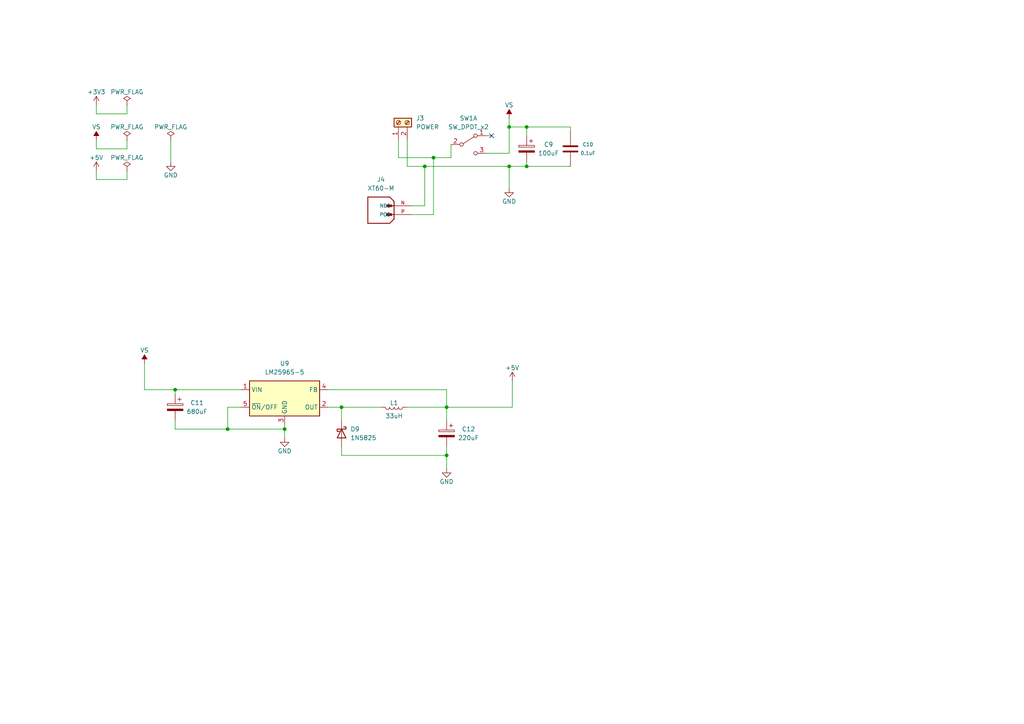
<source format=kicad_sch>
(kicad_sch (version 20211123) (generator eeschema)
  (paper "A4")
  (lib_symbols
    (symbol "Connector:Screw_Terminal_01x02" (pin_names (offset 1.016) hide)
      (property "Reference" "J" (at 0 2.54 0))
      (property "Value" "Screw_Terminal_01x02" (at 0 -5.08 0))
      (symbol "Screw_Terminal_01x02_1_1"
        (rectangle (start -1.27 1.27) (end 1.27 -3.81) (stroke (width 0.254)) (fill (type background)))
        (circle (center 0 -2.54) (radius 0.635) (stroke (width 0.1524)))
        (polyline (pts (xy -0.5334 -2.2098) (xy 0.3302 -3.048)) (stroke (width 0.1524)))
        (polyline (pts (xy -0.5334 0.3302) (xy 0.3302 -0.508)) (stroke (width 0.1524)))
        (polyline (pts (xy -0.3556 -2.032) (xy 0.508 -2.8702)) (stroke (width 0.1524)))
        (polyline (pts (xy -0.3556 0.508) (xy 0.508 -0.3302)) (stroke (width 0.1524)))
        (circle (center 0 0) (radius 0.635) (stroke (width 0.1524)))
        (pin passive line (at -5.08 0 0) (length 3.81) (name "Pin_1") (number "1"))
        (pin passive line (at -5.08 -2.54 0) (length 3.81) (name "Pin_2") (number "2"))
      )
    )
    (symbol "Device:C_Polarized" (pin_numbers hide) (pin_names (offset 0.254))
      (property "Reference" "C" (at 0.635 2.54 0))
      (property "Value" "C_Polarized" (at 0.635 -2.54 0))
      (symbol "C_Polarized_0_1"
        (rectangle (start -2.286 0.508) (end 2.286 1.016))
        (polyline (pts (xy -1.778 2.286) (xy -0.762 2.286)))
        (polyline (pts (xy -1.27 2.794) (xy -1.27 1.778)))
        (rectangle (start 2.286 -0.508) (end -2.286 -1.016) (fill (type outline)))
      )
      (symbol "C_Polarized_1_1"
        (pin passive line (at 0 3.81 270) (length 2.794) (name "~") (number "1"))
        (pin passive line (at 0 -3.81 90) (length 2.794) (name "~") (number "2"))
      )
    )
    (symbol "Device:L" (pin_numbers hide) (pin_names (offset 1.016) hide)
      (property "Reference" "L" (at -1.27 0 90))
      (property "Value" "L" (at 1.905 0 90))
      (symbol "L_0_1"
        (arc (start 0 -2.54) (mid 0.635 -1.905) (end 0 -1.27))
        (arc (start 0 -1.27) (mid 0.635 -0.635) (end 0 0))
        (arc (start 0 0) (mid 0.635 0.635) (end 0 1.27))
        (arc (start 0 1.27) (mid 0.635 1.905) (end 0 2.54))
      )
      (symbol "L_1_1"
        (pin passive line (at 0 3.81 270) (length 1.27) (name "1") (number "1"))
        (pin passive line (at 0 -3.81 90) (length 1.27) (name "2") (number "2"))
      )
    )
    (symbol "Diode:1N5822" (pin_numbers hide) (pin_names (offset 1.016) hide)
      (property "Reference" "D" (at 0 2.54 0))
      (property "Value" "1N5822" (at 0 -2.54 0))
      (symbol "1N5822_0_1"
        (polyline (pts (xy 1.27 0) (xy -1.27 0)))
        (polyline (pts (xy 1.27 1.27) (xy 1.27 -1.27) (xy -1.27 0) (xy 1.27 1.27)) (stroke (width 0.254)))
        (polyline (pts (xy -1.905 0.635) (xy -1.905 1.27) (xy -1.27 1.27) (xy -1.27 -1.27) (xy -0.635 -1.27) (xy -0.635 -0.635)) (stroke (width 0.254)))
      )
      (symbol "1N5822_1_1"
        (pin passive line (at -3.81 0 0) (length 2.54) (name "K") (number "1"))
        (pin passive line (at 3.81 0 180) (length 2.54) (name "A") (number "2"))
      )
    )
    (symbol "Regulator_Switching:LM2596S-5"
      (property "Reference" "U" (at -10.16 6.35 0))
      (property "Value" "LM2596S-5" (at 0 6.35 0))
      (symbol "LM2596S-5_0_1"
        (rectangle (start -10.16 5.08) (end 10.16 -5.08) (stroke (width 0.254)) (fill (type background)))
      )
      (symbol "LM2596S-5_1_1"
        (pin power_in line (at -12.7 2.54 0) (length 2.54) (name "VIN") (number "1"))
        (pin output line (at 12.7 -2.54 180) (length 2.54) (name "OUT") (number "2"))
        (pin power_in line (at 0 -7.62 90) (length 2.54) (name "GND") (number "3"))
        (pin input line (at 12.7 2.54 180) (length 2.54) (name "FB") (number "4"))
        (pin input line (at -12.7 -2.54 0) (length 2.54) (name "~{ON}/OFF") (number "5"))
      )
    )
    (symbol "Switch:SW_DPDT_x2" (pin_names (offset 0) hide)
      (property "Reference" "SW" (at 0 4.318 0))
      (property "Value" "SW_DPDT_x2" (at 0 -5.08 0))
      (symbol "SW_DPDT_x2_0_0"
        (circle (center -2.032 0) (radius 0.508))
        (circle (center 2.032 -2.54) (radius 0.508))
      )
      (symbol "SW_DPDT_x2_0_1"
        (polyline (pts (xy -1.524 0.254) (xy 1.651 2.286)))
        (circle (center 2.032 2.54) (radius 0.508))
      )
      (symbol "SW_DPDT_x2_1_1"
        (pin passive line (at 5.08 2.54 180) (length 2.54) (name "A") (number "1"))
        (pin passive line (at -5.08 0 0) (length 2.54) (name "B") (number "2"))
        (pin passive line (at 5.08 -2.54 180) (length 2.54) (name "C") (number "3"))
      )
      (symbol "SW_DPDT_x2_2_1"
        (pin passive line (at 5.08 2.54 180) (length 2.54) (name "A") (number "4"))
        (pin passive line (at -5.08 0 0) (length 2.54) (name "B") (number "5"))
        (pin passive line (at 5.08 -2.54 180) (length 2.54) (name "C") (number "6"))
      )
    )
    (symbol "XT60-M:XT60-M" (pin_names (offset 1.016))
      (property "Reference" "J" (at 0 6.35 0))
      (property "Value" "XT60-M" (at 0 -5.08 0))
      (symbol "XT60-M_0_0"
        (polyline (pts (xy 0 -1.27) (xy 1.27 -2.54)) (stroke (width 0.254)))
        (polyline (pts (xy 0 0) (xy 1.905 0)) (stroke (width 0.254)))
        (polyline (pts (xy 0 2.54) (xy 0 -1.27)) (stroke (width 0.254)))
        (polyline (pts (xy 0 2.54) (xy 1.905 2.54)) (stroke (width 0.254)))
        (polyline (pts (xy 0 3.81) (xy 0 2.54)) (stroke (width 0.254)))
        (polyline (pts (xy 0 3.81) (xy 1.27 5.08)) (stroke (width 0.254)))
        (polyline (pts (xy 1.27 -2.54) (xy 7.62 -2.54)) (stroke (width 0.254)))
        (polyline (pts (xy 7.62 -2.54) (xy 7.62 5.08)) (stroke (width 0.254)))
        (polyline (pts (xy 7.62 5.08) (xy 1.27 5.08)) (stroke (width 0.254)))
        (rectangle (start 0.635 -0.3175) (end 2.2225 0.3175) (stroke (width 0.1)) (fill (type outline)))
        (rectangle (start 0.635 2.2225) (end 2.2225 2.8575) (stroke (width 0.1)) (fill (type outline)))
        (pin passive line (at -5.08 0 0) (length 5.08) (name "NEG") (number "N"))
        (pin output line (at -5.08 2.54 0) (length 5.08) (name "POS") (number "P"))
      )
    )
    (symbol "cyclophone:C" (pin_numbers hide) (pin_names (offset 0.254))
      (property "Reference" "C" (at 0 2.54 0))
      (property "Value" "C" (at 0.1524 -2.159 0))
      (symbol "C_0_1"
        (polyline (pts (xy -2.032 -0.762) (xy 2.032 -0.762)) (stroke (width 0.508)))
        (polyline (pts (xy -2.032 0.762) (xy 2.032 0.762)) (stroke (width 0.508)))
      )
      (symbol "C_1_1"
        (pin passive line (at 0 5.08 270) (length 4.318) (name "~") (number "1"))
        (pin passive line (at 0 -5.08 90) (length 4.318) (name "~") (number "2"))
      )
    )
    (symbol "power:+3.3V" (power) (pin_names (offset 0))
      (property "Value" "+3.3V" (at 0 3.556 0))
      (symbol "+3.3V_0_1"
        (polyline (pts (xy -0.762 1.27) (xy 0 2.54)))
        (polyline (pts (xy 0 0) (xy 0 2.54)))
        (polyline (pts (xy 0 2.54) (xy 0.762 1.27)))
      )
      (symbol "+3.3V_1_1"
        (pin power_in line (at 0 0 90) (length 0) hide (name "+3V3") (number "1"))
      )
    )
    (symbol "power:+5V" (power) (pin_names (offset 0))
      (property "Value" "+5V" (at 0 3.556 0))
      (symbol "+5V_0_1"
        (polyline (pts (xy -0.762 1.27) (xy 0 2.54)))
        (polyline (pts (xy 0 0) (xy 0 2.54)))
        (polyline (pts (xy 0 2.54) (xy 0.762 1.27)))
      )
      (symbol "+5V_1_1"
        (pin power_in line (at 0 0 90) (length 0) hide (name "+5V") (number "1"))
      )
    )
    (symbol "power:GND" (power) (pin_names (offset 0))
      (property "Value" "GND" (at 0 -3.81 0))
      (symbol "GND_0_1"
        (polyline (pts (xy 0 0) (xy 0 -1.27) (xy 1.27 -1.27) (xy 0 -2.54) (xy -1.27 -1.27) (xy 0 -1.27)))
      )
      (symbol "GND_1_1"
        (pin power_in line (at 0 0 270) (length 0) hide (name "GND") (number "1"))
      )
    )
    (symbol "power:PWR_FLAG" (power) (pin_numbers hide) (pin_names (offset 0) hide)
      (property "Value" "PWR_FLAG" (at 0 3.81 0))
      (symbol "PWR_FLAG_0_0"
        (pin power_out line (at 0 0 90) (length 0) (name "pwr") (number "1"))
      )
      (symbol "PWR_FLAG_0_1"
        (polyline (pts (xy 0 0) (xy 0 1.27) (xy -1.016 1.905) (xy 0 2.54) (xy 1.016 1.905) (xy 0 1.27)))
      )
    )
    (symbol "power:VS" (power) (pin_names (offset 0))
      (property "Value" "VS" (at 0 3.81 0))
      (symbol "VS_0_1"
        (polyline (pts (xy 0 0) (xy 0 2.54)))
        (polyline (pts (xy 0.762 1.27) (xy -0.762 1.27) (xy 0 2.54) (xy 0.762 1.27)) (fill (type outline)))
      )
      (symbol "VS_1_1"
        (pin power_in line (at 0 0 90) (length 0) hide (name "VS") (number "1"))
      )
    )
  )
  (junction (at 129.54 118.11))
  (junction (at 125.73 45.72))
  (junction (at 147.6756 36.83))
  (junction (at 82.55 124.46))
  (junction (at 129.54 132.08))
  (junction (at 152.7556 36.83))
  (junction (at 147.6756 48.26))
  (junction (at 50.8 113.03))
  (junction (at 66.04 124.46))
  (junction (at 123.19 48.26))
  (junction (at 152.7556 48.26))
  (junction (at 99.06 118.11))
  (no_connect (at 142.5956 39.37))
  (wire (pts (xy 152.7556 36.83) (xy 152.7556 39.37)))
  (wire (pts (xy 165.4556 38.1) (xy 165.4556 36.83)))
  (wire (pts (xy 148.59 118.11) (xy 129.54 118.11)))
  (wire (pts (xy 41.91 113.03) (xy 50.8 113.03)))
  (wire (pts (xy 129.54 132.08) (xy 129.54 135.89)))
  (wire (pts (xy 69.85 118.11) (xy 66.04 118.11)))
  (wire (pts (xy 147.6756 54.61) (xy 147.6756 48.26)))
  (wire (pts (xy 95.25 118.11) (xy 99.06 118.11)))
  (wire (pts (xy 50.8 121.92) (xy 50.8 124.46)))
  (wire (pts (xy 118.11 118.11) (xy 129.54 118.11)))
  (wire (pts (xy 152.7556 48.26) (xy 165.4556 48.26)))
  (wire (pts (xy 119.38 59.69) (xy 123.19 59.69)))
  (wire (pts (xy 41.91 105.41) (xy 41.91 113.03)))
  (wire (pts (xy 118.11 48.26) (xy 123.19 48.26)))
  (wire (pts (xy 123.19 59.69) (xy 123.19 48.26)))
  (wire (pts (xy 27.94 33.02) (xy 27.94 30.48)))
  (wire (pts (xy 165.4556 36.83) (xy 152.7556 36.83)))
  (wire (pts (xy 115.57 45.72) (xy 125.73 45.72)))
  (wire (pts (xy 99.06 129.54) (xy 99.06 132.08)))
  (wire (pts (xy 27.94 40.64) (xy 27.94 43.18)))
  (wire (pts (xy 27.94 33.02) (xy 36.83 33.02)))
  (wire (pts (xy 152.7556 46.99) (xy 152.7556 48.26)))
  (wire (pts (xy 147.6756 48.26) (xy 123.19 48.26)))
  (wire (pts (xy 99.06 118.11) (xy 110.49 118.11)))
  (wire (pts (xy 27.94 52.07) (xy 27.94 49.53)))
  (wire (pts (xy 36.83 30.48) (xy 36.83 33.02)))
  (wire (pts (xy 130.81 45.72) (xy 130.81 41.91)))
  (wire (pts (xy 82.55 123.19) (xy 82.55 124.46)))
  (wire (pts (xy 148.59 110.49) (xy 148.59 118.11)))
  (wire (pts (xy 27.94 52.07) (xy 36.83 52.07)))
  (wire (pts (xy 115.57 40.64) (xy 115.57 45.72)))
  (wire (pts (xy 152.7556 36.83) (xy 147.6756 36.83)))
  (wire (pts (xy 118.11 40.64) (xy 118.11 48.26)))
  (wire (pts (xy 147.6756 48.26) (xy 152.7556 48.26)))
  (wire (pts (xy 99.06 118.11) (xy 99.06 121.92)))
  (wire (pts (xy 27.94 43.18) (xy 36.83 43.18)))
  (wire (pts (xy 82.55 124.46) (xy 82.55 127)))
  (wire (pts (xy 129.54 118.11) (xy 129.54 121.92)))
  (wire (pts (xy 50.8 113.03) (xy 50.8 114.3)))
  (wire (pts (xy 140.97 39.37) (xy 142.5956 39.37)))
  (wire (pts (xy 95.25 113.03) (xy 129.54 113.03)))
  (wire (pts (xy 36.83 43.18) (xy 36.83 40.64)))
  (wire (pts (xy 129.54 129.54) (xy 129.54 132.08)))
  (wire (pts (xy 49.53 40.64) (xy 49.53 46.99)))
  (wire (pts (xy 125.73 62.23) (xy 125.73 45.72)))
  (wire (pts (xy 129.54 113.03) (xy 129.54 118.11)))
  (wire (pts (xy 125.73 45.72) (xy 130.81 45.72)))
  (wire (pts (xy 140.97 44.45) (xy 147.6756 44.45)))
  (wire (pts (xy 147.6756 34.29) (xy 147.6756 36.83)))
  (wire (pts (xy 36.83 49.53) (xy 36.83 52.07)))
  (wire (pts (xy 66.04 118.11) (xy 66.04 124.46)))
  (wire (pts (xy 147.6756 36.83) (xy 147.6756 44.45)))
  (wire (pts (xy 50.8 113.03) (xy 69.85 113.03)))
  (wire (pts (xy 119.38 62.23) (xy 125.73 62.23)))
  (wire (pts (xy 99.06 132.08) (xy 129.54 132.08)))
  (wire (pts (xy 50.8 124.46) (xy 66.04 124.46)))
  (wire (pts (xy 66.04 124.46) (xy 82.55 124.46)))
  (symbol (lib_id "Device:C_Polarized") (at 129.54 125.73 0) (mirror y) (unit 1)
    (property "Reference" "C12" (at 135.89 124.46 0))
    (property "Value" "220uF" (at 135.89 127 0))
    (property "Footprint" "Capacitor_SMD:CP_Elec_8x6.9" (effects hide))
  )
  (symbol (lib_id "Switch:SW_DPDT_x2") (at 135.89 41.91 0) (unit 1)
    (property "Reference" "SW1" (at 135.89 34.29 0))
    (property "Value" "SW_DPDT_x2" (at 135.89 36.83 0))
    (property "Footprint" "Button_Switch_THT:SW_PUSH_E-Switch_FS5700DP_DPDT" (effects hide))
  )
  (symbol (lib_id "power:GND") (at 129.54 135.89 0) (unit 1)
    (property "Reference" "#PWR07" (effects hide))
    (property "Value" "GND" (at 129.54 139.7 0))
  )
  (symbol (lib_id "power:+3.3V") (at 27.94 30.48 0) (unit 1)
    (property "Reference" "#PWR038" (effects hide))
    (property "Value" "+3.3V" (at 27.94 26.67 0))
  )
  (symbol (lib_id "Device:C_Polarized") (at 50.8 118.11 0) (mirror y) (unit 1)
    (property "Reference" "C11" (at 57.15 116.84 0))
    (property "Value" "680uF" (at 57.15 119.38 0))
    (property "Footprint" "Capacitor_SMD:CP_Elec_8x6.9" (effects hide))
  )
  (symbol (lib_id "power:PWR_FLAG") (at 36.83 49.53 0) (unit 1)
    (property "Reference" "#FLG03" (effects hide))
    (property "Value" "PWR_FLAG" (at 36.83 45.72 0))
  )
  (symbol (lib_id "power:VS") (at 27.94 40.64 0) (unit 1)
    (property "Reference" "#PWR039" (effects hide))
    (property "Value" "VS" (at 27.94 36.83 0))
  )
  (symbol (lib_id "power:VS") (at 147.6756 34.29 0) (unit 1)
    (property "Reference" "#PWR01" (effects hide))
    (property "Value" "VS" (at 147.6756 30.48 0))
  )
  (symbol (lib_id "power:PWR_FLAG") (at 49.53 40.64 0) (unit 1)
    (property "Reference" "#FLG04" (effects hide))
    (property "Value" "PWR_FLAG" (at 49.53 36.83 0))
  )
  (symbol (lib_id "Diode:1N5822") (at 99.06 125.73 270) (unit 1)
    (property "Reference" "D9" (at 101.6 124.46 90) (effects (justify left)))
    (property "Value" "1N5825" (at 101.6 127 90) (effects (justify left)))
    (property "Footprint" "Diode_SMD:D_2010_5025Metric_Pad1.52x2.65mm_HandSolder" (effects hide))
    (property "Datasheet" "http://www.vishay.com/docs/88526/1n5820.pdf" (effects hide))
  )
  (symbol (lib_id "XT60-M:XT60-M") (at 114.3 59.69 180) (unit 1)
    (property "Reference" "J4" (at 110.49 52.07 0))
    (property "Value" "XT60-M" (at 110.49 54.61 0))
    (property "Footprint" "footprint:AMASS_XT60-M" (effects hide))
    (property "MF" "AMASS" (effects hide))
    (property "MAXIMUM_PACKAGE_HEIGHT" "16.00 mm" (effects hide))
    (property "Package" "Package" (effects hide))
    (property "Price" "None" (effects hide))
    (property "Check_prices" "https://www.snapeda.com/parts/XT60-M/AMASS/view-part/?ref=eda" (effects hide))
    (property "STANDARD" "IPC 7351B" (effects hide))
    (property "PARTREV" "V1.2" (effects hide))
    (property "SnapEDA_Link" "https://www.snapeda.com/parts/XT60-M/AMASS/view-part/?ref=snap" (effects hide))
    (property "MP" "XT60-M" (effects hide))
    (property "Description" "\n                        \n                            Plug; DC supply; XT60; male; PIN: 2; for cable; soldered; 30A; 500V\n                        \n" (effects hide))
    (property "Availability" "Not in stock" (effects hide))
    (property "MANUFACTURER" "AMASS" (effects hide))
  )
  (symbol (lib_id "power:PWR_FLAG") (at 36.83 30.48 0) (unit 1)
    (property "Reference" "#FLG01" (effects hide))
    (property "Value" "PWR_FLAG" (at 36.83 26.67 0))
  )
  (symbol (lib_id "Device:C_Polarized") (at 152.7556 43.18 0) (mirror y) (unit 1)
    (property "Reference" "C9" (at 159.1056 41.91 0))
    (property "Value" "100uF" (at 159.1056 44.45 0))
    (property "Footprint" "Capacitor_THT:CP_Radial_D6.3mm_P2.50mm" (effects hide))
  )
  (symbol (lib_id "cyclophone:C") (at 165.4556 43.18 180) (unit 1)
    (property "Reference" "C10" (at 170.5356 41.91 0) (effects (font (size 1.016 1.016))))
    (property "Value" "0.1uF" (at 170.5356 44.45 0) (effects (font (size 1.016 1.016))))
    (property "Footprint" "Capacitor_THT:C_Disc_D4.3mm_W1.9mm_P5.00mm" (effects hide))
  )
  (symbol (lib_id "power:GND") (at 147.6756 54.61 0) (unit 1)
    (property "Reference" "#PWR03" (effects hide))
    (property "Value" "GND" (at 147.6756 58.42 0))
  )
  (symbol (lib_id "Connector:Screw_Terminal_01x02") (at 115.57 35.56 90) (unit 1)
    (property "Reference" "J3" (at 120.65 34.2899 90) (effects (justify right)))
    (property "Value" "POWER" (at 120.65 36.8299 90) (effects (justify right)))
    (property "Footprint" "TerminalBlock_RND:TerminalBlock_RND_205-00001_1x02_P5.00mm_Horizontal" (effects hide))
  )
  (symbol (lib_id "Device:L") (at 114.3 118.11 270) (unit 1)
    (property "Reference" "L1" (at 114.3 116.84 90))
    (property "Value" "33uH" (at 114.3 120.65 90))
    (property "Footprint" "Inductor_SMD:L_Bourns_SRP1245A" (effects hide))
  )
  (symbol (lib_id "power:VS") (at 41.91 105.41 0) (unit 1)
    (property "Reference" "#PWR04" (effects hide))
    (property "Value" "VS" (at 41.91 101.6 0))
  )
  (symbol (lib_id "power:+5V") (at 148.59 110.49 0) (unit 1)
    (property "Reference" "#PWR012" (effects hide))
    (property "Value" "+5V" (at 148.59 106.68 0))
  )
  (symbol (lib_id "power:PWR_FLAG") (at 36.83 40.64 0) (unit 1)
    (property "Reference" "#FLG02" (effects hide))
    (property "Value" "PWR_FLAG" (at 36.83 36.83 0))
  )
  (symbol (lib_id "power:GND") (at 82.55 127 0) (unit 1)
    (property "Reference" "#PWR06" (effects hide))
    (property "Value" "GND" (at 82.55 130.81 0))
  )
  (symbol (lib_id "power:GND") (at 49.53 46.99 0) (unit 1)
    (property "Reference" "#PWR041" (effects hide))
    (property "Value" "GND" (at 49.53 50.8 0))
  )
  (symbol (lib_id "power:+5V") (at 27.94 49.53 0) (unit 1)
    (property "Reference" "#PWR040" (effects hide))
    (property "Value" "+5V" (at 27.94 45.72 0))
  )
  (symbol (lib_id "Regulator_Switching:LM2596S-5") (at 82.55 115.57 0) (unit 1)
    (property "Reference" "U9" (at 82.55 105.41 0))
    (property "Value" "LM2596S-5" (at 82.55 107.95 0))
    (property "Footprint" "Package_TO_SOT_SMD:TO-263-5_TabPin3" (effects hide))
    (property "Datasheet" "http://www.ti.com/lit/ds/symlink/lm2596.pdf" (effects hide))
  )
)
</source>
